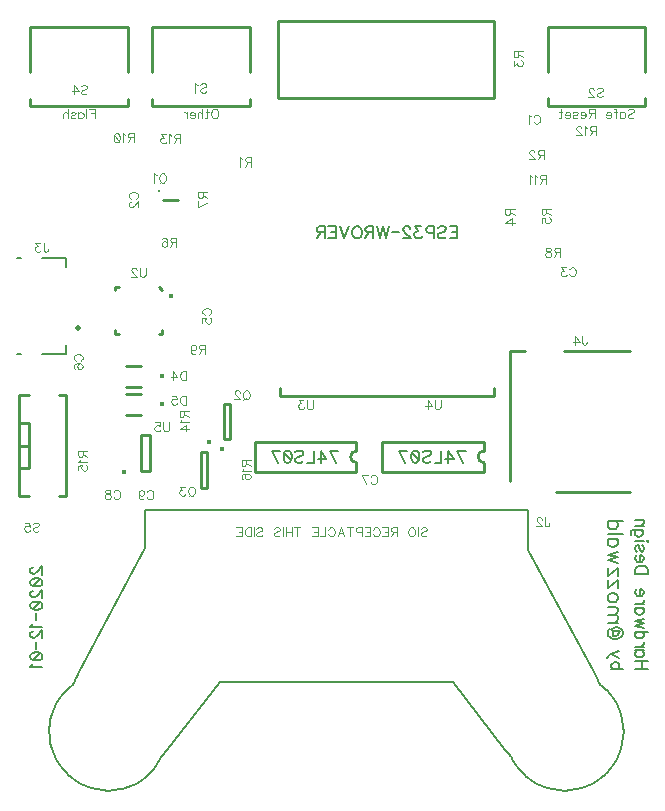
<source format=gbr>
G04 DipTrace 3.3.1.3*
G04 BottomSilk.gbr*
%MOMM*%
G04 #@! TF.FileFunction,Legend,Bot*
G04 #@! TF.Part,Single*
%ADD10C,0.25*%
%ADD14C,0.2*%
%ADD22O,0.40037X0.39994*%
%ADD25C,0.15*%
%ADD26C,0.50018*%
%ADD38C,0.31758*%
%ADD40O,0.39172X0.39127*%
%ADD54O,0.41029X0.39013*%
%ADD60O,0.39103X0.39118*%
%ADD130C,0.11765*%
%ADD131C,0.15686*%
%ADD132C,0.19608*%
%FSLAX35Y35*%
G04*
G71*
G90*
G75*
G01*
G04 BotSilk*
%LPD*%
X2062988Y4661872D2*
D10*
X1943018D1*
X2062988Y4481882D2*
X1943018D1*
D22*
X2247988Y4571877D3*
X2062988Y4423748D2*
D10*
X1943018D1*
X2062988Y4243758D2*
X1943018D1*
D22*
X2247988Y4333753D3*
X5969855Y1951138D2*
D14*
X5955754Y1961350D1*
X5952836Y1966813D1*
X5947001Y1977975D1*
X5926579Y2016450D1*
X5900808Y2064663D1*
X5347456Y3101825D1*
Y3439550D1*
X5329951D1*
X5169974D1*
X4482904D1*
X3556598D1*
X2702257D1*
X2272899D1*
X2102712D1*
Y3115838D1*
X1542066Y2064663D1*
X1535258Y2052075D1*
X1523588Y2029750D1*
X1516294Y2016450D1*
X1495872Y1977975D1*
X1490037Y1966813D1*
X1487119Y1961350D1*
X1474963Y1952563D1*
X1473018Y1951138D1*
X1436550Y1918125D1*
X1403485Y1881788D1*
X1374310Y1842363D1*
X1349025Y1800325D1*
X1328116Y1755913D1*
X1311583Y1709600D1*
X1299913Y1662100D1*
X1292620Y1613650D1*
X1292133Y1606763D1*
X1290188Y1564488D1*
X1292620Y1515563D1*
X1299913Y1467113D1*
X1311583Y1419375D1*
X1328116Y1373300D1*
X1349025Y1328888D1*
X1374310Y1286850D1*
X1403485Y1247425D1*
X1415641Y1234363D1*
X1436550Y1210850D1*
X1451623Y1197075D1*
X1473018Y1178075D1*
X1512404Y1148863D1*
X1554708Y1123450D1*
X1598957Y1102550D1*
X1645151Y1086163D1*
X1692803Y1074050D1*
X1741428Y1066925D1*
X1790053Y1064550D1*
X1839164Y1066925D1*
X1887789Y1074050D1*
X1914047Y1080700D1*
X1935442Y1086163D1*
X1981635Y1102550D1*
X2025884Y1123450D1*
X2068188Y1148863D1*
X2107574Y1178075D1*
X2128483Y1197075D1*
X2143557Y1210850D1*
X2164952Y1234363D1*
X2176622Y1247425D1*
X2205796Y1286850D1*
X2231081Y1328888D1*
X2238861Y1344800D1*
X2247614Y1355725D1*
X2290404Y1410113D1*
X2737754Y1979638D1*
X4705120D1*
X5152469Y1410113D1*
X5190883Y1361425D1*
X5195259Y1355725D1*
X5204012Y1344800D1*
X5211792Y1328888D1*
X5237077Y1286850D1*
X5266252Y1247425D1*
X5299317Y1210850D1*
X5314391Y1197075D1*
X5329951Y1182825D1*
X5335299Y1178075D1*
X5374686Y1148863D1*
X5416989Y1123450D1*
X5461238Y1102550D1*
X5507432Y1086163D1*
X5555084Y1074050D1*
X5603709Y1066925D1*
X5652820Y1064550D1*
X5701445Y1066925D1*
X5750070Y1074050D1*
X5797723Y1086163D1*
X5843916Y1102550D1*
X5888165Y1123450D1*
X5930469Y1148863D1*
X5969855Y1178075D1*
X5991250Y1197075D1*
X6006324Y1210850D1*
X6010214Y1215363D1*
X6039389Y1247425D1*
X6068564Y1286850D1*
X6093849Y1328888D1*
X6114758Y1373300D1*
X6131290Y1419375D1*
X6142960Y1467113D1*
X6150254Y1515563D1*
X6152685Y1564488D1*
X6151226Y1595125D1*
X6150254Y1613650D1*
X6142960Y1662100D1*
X6131290Y1709600D1*
X6114758Y1755913D1*
X6093849Y1800325D1*
X6068564Y1842363D1*
X6039389Y1881788D1*
X6010214Y1913613D1*
X6006324Y1918125D1*
X5969855Y1951138D1*
D26*
X1529698Y4978904D3*
X1224694Y4763914D2*
D25*
X1434690D1*
Y4833853D1*
X1224694Y5573856D2*
X1434690D1*
Y5493913D1*
X1054725Y4763914D2*
X1014698D1*
X1054725Y5573856D2*
X1014698D1*
X6208878Y4789699D2*
D10*
X5647157D1*
X5320836D2*
X5191304D1*
Y3687581D1*
X5577409Y3589360D2*
X6205141D1*
X2256496Y6065133D2*
X2383510D1*
D38*
X2218680Y6144333D3*
D40*
X2645396Y4017274D3*
X2772756Y4040644D2*
D10*
Y4340630D1*
X2822757D1*
Y4040644D1*
X2772756D1*
D40*
X2751867Y3951736D3*
X2624507Y3928366D2*
D10*
Y3628380D1*
X2574506D1*
Y3928366D1*
X2624507D1*
X2161598Y7145666D2*
Y7526676D1*
X2987162Y7145666D2*
X2987073Y7526676D1*
X2161598D2*
X2987162D1*
X2161598Y6923399D2*
Y6859877D1*
X2987162D1*
Y6923399D1*
X5511225Y7147082D2*
Y7528093D1*
X6336789Y7147082D2*
X6336700Y7528093D1*
X5511225D2*
X6336789D1*
X5511225Y6924816D2*
Y6861293D1*
X6336789D1*
Y6924816D1*
X1129725Y7145692D2*
Y7526703D1*
X1955289Y7145692D2*
X1955200Y7526703D1*
X1129725D2*
X1955289D1*
X1129725Y6923426D2*
Y6859903D1*
X1955289D1*
Y6923426D1*
X1433960Y4412803D2*
X1369697Y4412920D1*
X1036310Y4174785D2*
X1116456Y4174668D1*
Y3793698D1*
X1036310Y3793815D1*
X1116456Y3984183D2*
X1036310Y3984300D1*
X1037039Y4412803D2*
X1036310Y3555680D1*
X1433960Y4412803D2*
X1433231Y3555680D1*
X1116456Y3555563D2*
X1036310Y3555680D1*
X1116456Y4412803D2*
X1036310Y4412920D1*
X1433960Y3555563D2*
X1369697Y3555680D1*
X5056486Y7581078D2*
X3230966D1*
Y6930204D1*
X5056486D1*
Y7581078D1*
Y4470534D2*
Y4407034D1*
X3437219Y4406082D1*
X3246728Y4407034D2*
Y4470534D1*
Y4407034D2*
X3484890D1*
X2248415Y5299511D2*
X2218466Y5329503D1*
X2248415Y4929510D2*
X2218466D1*
X2248415D2*
Y4959503D1*
X1848264Y4929510D2*
Y4959503D1*
Y4929510D2*
X1878317D1*
X1848264Y5329503D2*
Y5299511D1*
Y5329503D2*
X1878317D1*
D54*
X2317903Y5254010D3*
X3890643Y3759362D2*
D10*
X3030617D1*
X3890643Y4019398D2*
X3030617D1*
Y3759362D2*
Y4019398D1*
X3890643Y3759362D2*
Y3839356D1*
Y3939404D2*
Y4019398D1*
Y3839356D2*
G02X3890643Y3939404I-30J50024D01*
G01*
X4970143Y3759362D2*
X4110117D1*
X4970143Y4019398D2*
X4110117D1*
Y3759362D2*
Y4019398D1*
X4970143Y3759362D2*
Y3839356D1*
Y3939404D2*
Y4019398D1*
Y3839356D2*
G02X4970143Y3939404I-30J50024D01*
G01*
D60*
X1926152Y3757396D3*
X2063478Y3770762D2*
D10*
Y4070757D1*
X2143464Y3770762D2*
Y4070757D1*
X2063478D2*
X2143464D1*
X2063478Y3770762D2*
X2143464D1*
X5390904Y6768868D2*
D130*
X5394526Y6776112D1*
X5401854Y6783440D1*
X5409098Y6787062D1*
X5423670D1*
X5430998Y6783440D1*
X5438242Y6776112D1*
X5441948Y6768868D1*
X5445570Y6757918D1*
Y6739640D1*
X5441948Y6728774D1*
X5438242Y6721446D1*
X5430998Y6714202D1*
X5423670Y6710496D1*
X5409098D1*
X5401854Y6714202D1*
X5394526Y6721446D1*
X5390904Y6728774D1*
X5367375Y6772405D2*
X5360047Y6776112D1*
X5349097Y6786977D1*
Y6710496D1*
X1982862Y6075587D2*
X1975618Y6079209D1*
X1968290Y6086537D1*
X1964668Y6093781D1*
Y6108353D1*
X1968290Y6115681D1*
X1975618Y6122925D1*
X1982862Y6126631D1*
X1993812Y6130253D1*
X2012090D1*
X2022956Y6126631D1*
X2030284Y6122925D1*
X2037528Y6115681D1*
X2041234Y6108353D1*
Y6093781D1*
X2037528Y6086537D1*
X2030284Y6079209D1*
X2022956Y6075587D1*
X1982946Y6048352D2*
X1979324D1*
X1971996Y6044730D1*
X1968374Y6041108D1*
X1964752Y6033780D1*
Y6019208D1*
X1968374Y6011964D1*
X1971996Y6008342D1*
X1979324Y6004636D1*
X1986568D1*
X1993896Y6008342D1*
X2004762Y6015586D1*
X2041234Y6052058D1*
Y6001014D1*
X5694450Y5476873D2*
X5698072Y5484117D1*
X5705400Y5491445D1*
X5712644Y5495067D1*
X5727216D1*
X5734544Y5491445D1*
X5741788Y5484117D1*
X5745494Y5476873D1*
X5749116Y5465923D1*
Y5447645D1*
X5745494Y5436779D1*
X5741788Y5429451D1*
X5734544Y5422207D1*
X5727216Y5418501D1*
X5712644D1*
X5705400Y5422207D1*
X5698072Y5429451D1*
X5694450Y5436779D1*
X5663593Y5494983D2*
X5623583D1*
X5645399Y5465839D1*
X5634449D1*
X5627205Y5462217D1*
X5623583Y5458595D1*
X5619877Y5447645D1*
Y5440401D1*
X5623583Y5429451D1*
X5630827Y5422123D1*
X5641777Y5418501D1*
X5652727D1*
X5663593Y5422123D1*
X5667215Y5425829D1*
X5670921Y5433073D1*
X2605005Y5092417D2*
X2597762Y5096039D1*
X2590433Y5103367D1*
X2586812Y5110611D1*
Y5125183D1*
X2590433Y5132511D1*
X2597762Y5139755D1*
X2605005Y5143461D1*
X2615955Y5147083D1*
X2634233D1*
X2645099Y5143461D1*
X2652427Y5139755D1*
X2659671Y5132511D1*
X2663377Y5125183D1*
Y5110611D1*
X2659671Y5103367D1*
X2652427Y5096039D1*
X2645099Y5092417D1*
X2586896Y5025172D2*
Y5061560D1*
X2619662Y5065182D1*
X2616040Y5061560D1*
X2612333Y5050610D1*
Y5039744D1*
X2616040Y5028794D1*
X2623283Y5021466D1*
X2634233Y5017844D1*
X2641477D1*
X2652427Y5021466D1*
X2659755Y5028794D1*
X2663377Y5039744D1*
Y5050610D1*
X2659755Y5061560D1*
X2656049Y5065182D1*
X2648805Y5068888D1*
X1514859Y4703851D2*
X1507615Y4707473D1*
X1500287Y4714801D1*
X1496665Y4722045D1*
Y4736617D1*
X1500287Y4743945D1*
X1507615Y4751189D1*
X1514859Y4754895D1*
X1525809Y4758517D1*
X1544087D1*
X1554953Y4754895D1*
X1562281Y4751188D1*
X1569524Y4743945D1*
X1573231Y4736616D1*
Y4722045D1*
X1569524Y4714801D1*
X1562281Y4707473D1*
X1554953Y4703851D1*
X1507615Y4636606D2*
X1500371Y4640228D1*
X1496749Y4651178D1*
Y4658422D1*
X1500371Y4669372D1*
X1511321Y4676700D1*
X1529515Y4680322D1*
X1547709Y4680321D1*
X1562281Y4676700D1*
X1569609Y4669371D1*
X1573231Y4658421D1*
Y4654800D1*
X1569609Y4643934D1*
X1562281Y4636606D1*
X1551330Y4632984D1*
X1547709D1*
X1536759Y4636606D1*
X1529515Y4643934D1*
X1525893Y4654800D1*
Y4658422D1*
X1529515Y4669372D1*
X1536759Y4676700D1*
X1547709Y4680321D1*
X4010334Y3717844D2*
X4013956Y3725088D1*
X4021284Y3732416D1*
X4028528Y3736038D1*
X4043100D1*
X4050428Y3732416D1*
X4057671Y3725088D1*
X4061378Y3717844D1*
X4065000Y3706894D1*
Y3688616D1*
X4061378Y3677751D1*
X4057671Y3670423D1*
X4050428Y3663179D1*
X4043100Y3659473D1*
X4028528D1*
X4021284Y3663179D1*
X4013956Y3670423D1*
X4010334Y3677751D1*
X3972232Y3659473D2*
X3935761Y3735954D1*
X3986804D1*
X1835418Y3590868D2*
X1839040Y3598112D1*
X1846368Y3605440D1*
X1853612Y3609062D1*
X1868184D1*
X1875512Y3605440D1*
X1882756Y3598112D1*
X1886462Y3590868D1*
X1890084Y3579918D1*
Y3561640D1*
X1886462Y3550774D1*
X1882756Y3543446D1*
X1875512Y3536202D1*
X1868184Y3532496D1*
X1853612D1*
X1846368Y3536202D1*
X1839040Y3543446D1*
X1835418Y3550774D1*
X1793695Y3608977D2*
X1804561Y3605355D1*
X1808267Y3598112D1*
Y3590784D1*
X1804561Y3583540D1*
X1797317Y3579834D1*
X1782745Y3576212D1*
X1771795Y3572590D1*
X1764551Y3565262D1*
X1760929Y3558018D1*
Y3547068D1*
X1764551Y3539824D1*
X1768173Y3536118D1*
X1779123Y3532496D1*
X1793695D1*
X1804561Y3536118D1*
X1808267Y3539824D1*
X1811889Y3547068D1*
Y3558018D1*
X1808267Y3565262D1*
X1800939Y3572590D1*
X1790073Y3576212D1*
X1775501Y3579834D1*
X1768173Y3583540D1*
X1764551Y3590784D1*
Y3598112D1*
X1768173Y3605355D1*
X1779123Y3608977D1*
X1793695D1*
X2117899Y3589031D2*
X2121521Y3596275D1*
X2128849Y3603603D1*
X2136093Y3607225D1*
X2150665D1*
X2157993Y3603603D1*
X2165237Y3596275D1*
X2168943Y3589031D1*
X2172565Y3578081D1*
Y3559803D1*
X2168943Y3548938D1*
X2165237Y3541610D1*
X2157993Y3534366D1*
X2150665Y3530660D1*
X2136093D1*
X2128849Y3534366D1*
X2121521Y3541610D1*
X2117899Y3548938D1*
X2046948Y3581703D2*
X2050654Y3570753D1*
X2057898Y3563425D1*
X2068848Y3559803D1*
X2072470D1*
X2083420Y3563425D1*
X2090664Y3570753D1*
X2094370Y3581703D1*
Y3585325D1*
X2090664Y3596275D1*
X2083420Y3603519D1*
X2072470Y3607141D1*
X2068848D1*
X2057898Y3603519D1*
X2050654Y3596275D1*
X2046948Y3581703D1*
Y3563425D1*
X2050654Y3545231D1*
X2057898Y3534281D1*
X2068848Y3530660D1*
X2076092D1*
X2087042Y3534281D1*
X2090664Y3541610D1*
X2449376Y4614714D2*
Y4538148D1*
X2423854D1*
X2412904Y4541854D1*
X2405576Y4549098D1*
X2401954Y4556426D1*
X2398332Y4567292D1*
Y4585570D1*
X2401954Y4596520D1*
X2405576Y4603764D1*
X2412904Y4611092D1*
X2423854Y4614714D1*
X2449376D1*
X2338331Y4538148D2*
Y4614629D1*
X2374803Y4563670D1*
X2320137D1*
X2447565Y4408340D2*
Y4331775D1*
X2422043D1*
X2411093Y4335481D1*
X2403765Y4342725D1*
X2400143Y4350053D1*
X2396521Y4360918D1*
Y4379196D1*
X2400143Y4390146D1*
X2403765Y4397390D1*
X2411093Y4404718D1*
X2422043Y4408340D1*
X2447565D1*
X2329276Y4408256D2*
X2365664D1*
X2369286Y4375490D1*
X2365664Y4379112D1*
X2354714Y4382818D1*
X2343848D1*
X2332898Y4379112D1*
X2325570Y4371868D1*
X2321948Y4360918D1*
Y4353675D1*
X2325570Y4342725D1*
X2332898Y4335396D1*
X2343848Y4331775D1*
X2354714D1*
X2365664Y4335396D1*
X2369286Y4339103D1*
X2372992Y4346346D1*
X5486737Y3376519D2*
Y3318231D1*
X5490359Y3307281D1*
X5494065Y3303659D1*
X5501309Y3299953D1*
X5508637D1*
X5515881Y3303659D1*
X5519503Y3307281D1*
X5523209Y3318231D1*
Y3325475D1*
X5459502Y3358241D2*
Y3361863D1*
X5455880Y3369191D1*
X5452258Y3372813D1*
X5444930Y3376434D1*
X5430358D1*
X5423114Y3372813D1*
X5419492Y3369191D1*
X5415786Y3361863D1*
Y3354619D1*
X5419492Y3347291D1*
X5426736Y3336425D1*
X5463208Y3299953D1*
X5412164D1*
X1242951Y5702975D2*
Y5644688D1*
X1246573Y5633738D1*
X1250279Y5630116D1*
X1257523Y5626410D1*
X1264851D1*
X1272095Y5630116D1*
X1275716Y5633738D1*
X1279423Y5644688D1*
Y5651931D1*
X1212093Y5702891D2*
X1172084D1*
X1193899Y5673747D1*
X1182949D1*
X1175706Y5670125D1*
X1172084Y5666503D1*
X1168377Y5655553D1*
Y5648310D1*
X1172084Y5637360D1*
X1179327Y5630031D1*
X1190277Y5626410D1*
X1201227D1*
X1212093Y5630031D1*
X1215715Y5633738D1*
X1219421Y5640981D1*
X5803778Y4916599D2*
Y4858311D1*
X5807400Y4847361D1*
X5811106Y4843739D1*
X5818350Y4840033D1*
X5825678D1*
X5832922Y4843739D1*
X5836544Y4847361D1*
X5840250Y4858311D1*
Y4865555D1*
X5743777Y4840033D2*
Y4916514D1*
X5780249Y4865555D1*
X5725583D1*
X2258590Y6288602D2*
X2265834Y6285064D1*
X2273162Y6277736D1*
X2276784Y6270408D1*
X2280490Y6259458D1*
Y6241264D1*
X2276784Y6230314D1*
X2273162Y6223070D1*
X2265834Y6215742D1*
X2258590Y6212120D1*
X2244018D1*
X2236690Y6215742D1*
X2229446Y6223070D1*
X2225824Y6230314D1*
X2222118Y6241264D1*
Y6259458D1*
X2225824Y6270408D1*
X2229446Y6277736D1*
X2236690Y6285064D1*
X2244018Y6288602D1*
X2258590D1*
X2247640Y6226692D2*
X2225824Y6204792D1*
X2198588Y6273946D2*
X2191260Y6277652D1*
X2180310Y6288518D1*
Y6212036D1*
X2967106Y4452222D2*
X2974350Y4448684D1*
X2981678Y4441356D1*
X2985300Y4434028D1*
X2989006Y4423078D1*
Y4404884D1*
X2985300Y4393934D1*
X2981678Y4386690D1*
X2974350Y4379362D1*
X2967106Y4375740D1*
X2952534D1*
X2945206Y4379362D1*
X2937962Y4386690D1*
X2934340Y4393934D1*
X2930634Y4404884D1*
Y4423078D1*
X2934340Y4434028D1*
X2937962Y4441356D1*
X2945206Y4448684D1*
X2952534Y4452222D1*
X2967106D1*
X2956156Y4390312D2*
X2934340Y4368412D1*
X2903398Y4433944D2*
Y4437566D1*
X2899777Y4444894D1*
X2896155Y4448516D1*
X2888827Y4452138D1*
X2874255D1*
X2867011Y4448516D1*
X2863389Y4444894D1*
X2859683Y4437566D1*
Y4430322D1*
X2863389Y4422994D1*
X2870633Y4412128D1*
X2907105Y4375656D1*
X2856061D1*
X2503426Y3638392D2*
X2510670Y3634854D1*
X2517998Y3627526D1*
X2521620Y3620198D1*
X2525326Y3609248D1*
Y3591054D1*
X2521620Y3580104D1*
X2517998Y3572860D1*
X2510670Y3565532D1*
X2503426Y3561910D1*
X2488854D1*
X2481526Y3565532D1*
X2474282Y3572860D1*
X2470660Y3580104D1*
X2466954Y3591054D1*
Y3609248D1*
X2470660Y3620198D1*
X2474282Y3627526D1*
X2481526Y3634854D1*
X2488854Y3638392D1*
X2503426D1*
X2492476Y3576482D2*
X2470660Y3554582D1*
X2436097Y3638308D2*
X2396087D1*
X2417903Y3609164D1*
X2406953D1*
X2399709Y3605542D1*
X2396087Y3601920D1*
X2392381Y3590970D1*
Y3583726D1*
X2396087Y3572776D1*
X2403331Y3565448D1*
X2414281Y3561826D1*
X2425231D1*
X2436097Y3565448D1*
X2439718Y3569154D1*
X2443425Y3576398D1*
X3000129Y6387806D2*
X2967363D1*
X2956413Y6391513D1*
X2952707Y6395134D1*
X2949085Y6402378D1*
Y6409706D1*
X2952707Y6416950D1*
X2956413Y6420656D1*
X2967363Y6424278D1*
X3000129D1*
Y6347713D1*
X2974607Y6387806D2*
X2949085Y6347713D1*
X2925556Y6409622D2*
X2918228Y6413328D1*
X2907278Y6424194D1*
Y6347713D1*
X5476069Y6448943D2*
X5443303D1*
X5432353Y6452649D1*
X5428647Y6456271D1*
X5425025Y6463515D1*
Y6470843D1*
X5428647Y6478087D1*
X5432353Y6481793D1*
X5443303Y6485415D1*
X5476069D1*
Y6408849D1*
X5450547Y6448943D2*
X5425025Y6408849D1*
X5397789Y6467137D2*
Y6470759D1*
X5394167Y6478087D1*
X5390545Y6481709D1*
X5383217Y6485331D1*
X5368645D1*
X5361401Y6481709D1*
X5357780Y6478087D1*
X5354073Y6470759D1*
Y6463515D1*
X5357780Y6456187D1*
X5365023Y6445321D1*
X5401495Y6408849D1*
X5350451D1*
X5259957Y7321719D2*
Y7288953D1*
X5256251Y7278003D1*
X5252629Y7274297D1*
X5245385Y7270675D1*
X5238057D1*
X5230813Y7274297D1*
X5227107Y7278003D1*
X5223485Y7288953D1*
Y7321719D1*
X5300051D1*
X5259957Y7296197D2*
X5300051Y7270675D1*
X5223569Y7239818D2*
Y7199808D1*
X5252713Y7221624D1*
Y7210674D1*
X5256335Y7203430D1*
X5259957Y7199808D1*
X5270907Y7196102D1*
X5278150D1*
X5289101Y7199808D1*
X5296429Y7207052D1*
X5300051Y7218002D1*
Y7228952D1*
X5296429Y7239817D1*
X5292723Y7243439D1*
X5285479Y7247145D1*
X5189360Y5984403D2*
Y5951637D1*
X5185654Y5940687D1*
X5182032Y5936981D1*
X5174788Y5933359D1*
X5167460D1*
X5160216Y5936981D1*
X5156510Y5940687D1*
X5152888Y5951637D1*
Y5984403D1*
X5229454D1*
X5189360Y5958881D2*
X5229454Y5933359D1*
Y5873358D2*
X5152972D1*
X5203932Y5909830D1*
Y5855164D1*
X5495227Y5991012D2*
Y5958246D1*
X5491521Y5947296D1*
X5487899Y5943590D1*
X5480655Y5939968D1*
X5473327D1*
X5466083Y5943590D1*
X5462377Y5947296D1*
X5458755Y5958246D1*
Y5991012D1*
X5535321D1*
X5495227Y5965490D2*
X5535321Y5939968D1*
X5458839Y5872723D2*
Y5909111D1*
X5491605Y5912733D1*
X5487983Y5909111D1*
X5484277Y5898161D1*
Y5887295D1*
X5487983Y5876345D1*
X5495227Y5869017D1*
X5506177Y5865395D1*
X5513421D1*
X5524371Y5869017D1*
X5531699Y5876345D1*
X5535321Y5887295D1*
Y5898161D1*
X5531699Y5909111D1*
X5527993Y5912733D1*
X5520749Y5916439D1*
X2364502Y5707300D2*
X2331736D1*
X2320786Y5711006D1*
X2317080Y5714628D1*
X2313458Y5721872D1*
Y5729200D1*
X2317080Y5736444D1*
X2320786Y5740150D1*
X2331736Y5743772D1*
X2364502D1*
Y5667206D1*
X2338980Y5707300D2*
X2313458Y5667206D1*
X2246213Y5732822D2*
X2249835Y5740065D1*
X2260785Y5743687D1*
X2268029D1*
X2278979Y5740065D1*
X2286307Y5729115D1*
X2289929Y5710922D1*
Y5692728D1*
X2286307Y5678156D1*
X2278979Y5670828D1*
X2268029Y5667206D1*
X2264407D1*
X2253541Y5670828D1*
X2246213Y5678156D1*
X2242591Y5689106D1*
Y5692728D1*
X2246213Y5703678D1*
X2253541Y5710922D1*
X2264407Y5714544D1*
X2268029D1*
X2278979Y5710922D1*
X2286307Y5703678D1*
X2289929Y5692728D1*
X2589574Y6128442D2*
Y6095676D1*
X2585868Y6084726D1*
X2582246Y6081020D1*
X2575002Y6077398D1*
X2567674D1*
X2560430Y6081020D1*
X2556724Y6084726D1*
X2553102Y6095676D1*
Y6128442D1*
X2629668D1*
X2589574Y6102920D2*
X2629668Y6077398D1*
Y6039297D2*
X2553186Y6002825D1*
Y6053869D1*
X5615340Y5622068D2*
X5582574D1*
X5571624Y5625775D1*
X5567918Y5629396D1*
X5564296Y5636640D1*
Y5643968D1*
X5567918Y5651212D1*
X5571624Y5654918D1*
X5582574Y5658540D1*
X5615340D1*
Y5581975D1*
X5589818Y5622068D2*
X5564296Y5581975D1*
X5522573Y5658456D2*
X5533438Y5654834D1*
X5537145Y5647590D1*
Y5640262D1*
X5533438Y5633018D1*
X5526195Y5629312D1*
X5511623Y5625690D1*
X5500673Y5622068D1*
X5493429Y5614740D1*
X5489807Y5607496D1*
Y5596546D1*
X5493429Y5589303D1*
X5497051Y5585596D1*
X5508001Y5581975D1*
X5522573D1*
X5533438Y5585596D1*
X5537145Y5589303D1*
X5540767Y5596546D1*
Y5607496D1*
X5537145Y5614740D1*
X5529817Y5622068D1*
X5518951Y5625690D1*
X5504379Y5629312D1*
X5497051Y5633018D1*
X5493429Y5640262D1*
Y5647590D1*
X5497051Y5654834D1*
X5508001Y5658456D1*
X5522573D1*
X2609614Y4800972D2*
X2576849D1*
X2565899Y4804678D1*
X2562192Y4808300D1*
X2558570Y4815544D1*
Y4822872D1*
X2562192Y4830116D1*
X2565899Y4833822D1*
X2576849Y4837444D1*
X2609614D1*
Y4760878D1*
X2584092Y4800972D2*
X2558570Y4760878D1*
X2487619Y4811922D2*
X2491325Y4800972D1*
X2498569Y4793644D1*
X2509519Y4790022D1*
X2513141D1*
X2524091Y4793644D1*
X2531335Y4800972D1*
X2535041Y4811922D1*
Y4815544D1*
X2531335Y4826494D1*
X2524091Y4833738D1*
X2513141Y4837359D1*
X2509519D1*
X2498569Y4833738D1*
X2491325Y4826494D1*
X2487619Y4811922D1*
Y4793644D1*
X2491325Y4775450D1*
X2498569Y4764500D1*
X2509519Y4760878D1*
X2516763D1*
X2527713Y4764500D1*
X2531335Y4771828D1*
X2004109Y6593380D2*
X1971343D1*
X1960393Y6597086D1*
X1956687Y6600708D1*
X1953065Y6607952D1*
Y6615280D1*
X1956687Y6622524D1*
X1960393Y6626230D1*
X1971343Y6629852D1*
X2004109D1*
Y6553286D1*
X1978587Y6593380D2*
X1953065Y6553286D1*
X1929536Y6615195D2*
X1922208Y6618902D1*
X1911258Y6629767D1*
Y6553286D1*
X1865828Y6629767D2*
X1876778Y6626145D1*
X1884106Y6615195D1*
X1887728Y6597002D1*
Y6586052D1*
X1884106Y6567858D1*
X1876778Y6556908D1*
X1865828Y6553286D1*
X1858584D1*
X1847634Y6556908D1*
X1840391Y6567858D1*
X1836684Y6586052D1*
Y6597002D1*
X1840391Y6615195D1*
X1847634Y6626145D1*
X1858584Y6629767D1*
X1865828D1*
X1840391Y6615195D2*
X1884106Y6567858D1*
X5496459Y6241063D2*
X5463694D1*
X5452744Y6244769D1*
X5449038Y6248391D1*
X5445416Y6255635D1*
Y6262963D1*
X5449038Y6270207D1*
X5452744Y6273913D1*
X5463694Y6277535D1*
X5496459D1*
Y6200969D1*
X5470938Y6241063D2*
X5445416Y6200969D1*
X5421886Y6262879D2*
X5414558Y6266585D1*
X5403608Y6277451D1*
Y6200969D1*
X5380079Y6262879D2*
X5372751Y6266585D1*
X5361801Y6277451D1*
Y6200969D1*
X5915899Y6651425D2*
X5883133D1*
X5872183Y6655131D1*
X5868477Y6658753D1*
X5864855Y6665997D1*
Y6673325D1*
X5868477Y6680569D1*
X5872183Y6684275D1*
X5883133Y6687897D1*
X5915899D1*
Y6611331D1*
X5890377Y6651425D2*
X5864855Y6611331D1*
X5841326Y6673241D2*
X5833998Y6676947D1*
X5823048Y6687813D1*
Y6611331D1*
X5795812Y6669619D2*
Y6673241D1*
X5792190Y6680569D1*
X5788568Y6684191D1*
X5781240Y6687813D1*
X5766668D1*
X5759424Y6684191D1*
X5755802Y6680569D1*
X5752096Y6673241D1*
Y6665997D1*
X5755802Y6658669D1*
X5763046Y6647803D1*
X5799518Y6611331D1*
X5748474D1*
X2399429Y6585160D2*
X2366663D1*
X2355713Y6588866D1*
X2352007Y6592488D1*
X2348385Y6599732D1*
Y6607060D1*
X2352007Y6614304D1*
X2355713Y6618010D1*
X2366663Y6621632D1*
X2399429D1*
Y6545066D1*
X2373907Y6585160D2*
X2348385Y6545066D1*
X2324856Y6606976D2*
X2317528Y6610682D1*
X2306578Y6621548D1*
Y6545066D1*
X2275720Y6621548D2*
X2235711D1*
X2257526Y6592404D1*
X2246576D1*
X2239332Y6588782D1*
X2235711Y6585160D1*
X2232004Y6574210D1*
Y6566966D1*
X2235711Y6556016D1*
X2242954Y6548688D1*
X2253904Y6545066D1*
X2264854D1*
X2275720Y6548688D1*
X2279342Y6552394D1*
X2283048Y6559638D1*
X2429760Y4277900D2*
Y4245134D1*
X2426054Y4234184D1*
X2422432Y4230478D1*
X2415188Y4226856D1*
X2407860D1*
X2400616Y4230478D1*
X2396910Y4234184D1*
X2393288Y4245134D1*
Y4277900D1*
X2469854D1*
X2429760Y4252378D2*
X2469854Y4226856D1*
X2407944Y4203327D2*
X2404238Y4195999D1*
X2393372Y4185049D1*
X2469854D1*
Y4125048D2*
X2393372D1*
X2444332Y4161519D1*
Y4106854D1*
X1572510Y3939719D2*
Y3906953D1*
X1568804Y3896003D1*
X1565182Y3892297D1*
X1557938Y3888675D1*
X1550610D1*
X1543366Y3892297D1*
X1539660Y3896003D1*
X1536038Y3906953D1*
Y3939719D1*
X1612604D1*
X1572510Y3914197D2*
X1612604Y3888675D1*
X1550694Y3865146D2*
X1546988Y3857818D1*
X1536122Y3846868D1*
X1612604D1*
X1536122Y3779623D2*
Y3816010D1*
X1568888Y3819632D1*
X1565266Y3816010D1*
X1561560Y3805060D1*
Y3794195D1*
X1565266Y3783245D1*
X1572510Y3775917D1*
X1583460Y3772295D1*
X1590704D1*
X1601654Y3775917D1*
X1608982Y3783245D1*
X1612604Y3794195D1*
Y3805060D1*
X1608982Y3816010D1*
X1605276Y3819632D1*
X1598032Y3823338D1*
X2954697Y3861493D2*
Y3828727D1*
X2950991Y3817777D1*
X2947369Y3814071D1*
X2940125Y3810449D1*
X2932797D1*
X2925553Y3814071D1*
X2921847Y3817777D1*
X2918225Y3828727D1*
Y3861493D1*
X2994791D1*
X2954697Y3835971D2*
X2994791Y3810449D1*
X2932881Y3786919D2*
X2929175Y3779591D1*
X2918309Y3768641D1*
X2994791D1*
X2929175Y3701396D2*
X2921931Y3705018D1*
X2918309Y3715968D1*
Y3723212D1*
X2921931Y3734162D1*
X2932881Y3741490D1*
X2951075Y3745112D1*
X2969269D1*
X2983841Y3741490D1*
X2991169Y3734162D1*
X2994791Y3723212D1*
Y3719590D1*
X2991169Y3708724D1*
X2983841Y3701396D1*
X2972891Y3697774D1*
X2969269D1*
X2958319Y3701396D1*
X2951075Y3708724D1*
X2947453Y3719590D1*
Y3723212D1*
X2951075Y3734162D1*
X2958319Y3741490D1*
X2969269Y3745112D1*
X2569762Y7039899D2*
X2577006Y7047227D1*
X2587956Y7050849D1*
X2602528D1*
X2613478Y7047227D1*
X2620806Y7039899D1*
Y7032655D1*
X2617100Y7025327D1*
X2613478Y7021705D1*
X2606234Y7018083D1*
X2584334Y7010755D1*
X2577006Y7007133D1*
X2573384Y7003427D1*
X2569762Y6996183D1*
Y6985233D1*
X2577006Y6977989D1*
X2587956Y6974283D1*
X2602528D1*
X2613478Y6977989D1*
X2620806Y6985233D1*
X2546232Y7036193D2*
X2538904Y7039899D1*
X2527954Y7050764D1*
Y6974283D1*
X2699773Y6834032D2*
X2707102Y6830410D1*
X2714345Y6823082D1*
X2718052Y6815838D1*
X2721673Y6804888D1*
Y6786610D1*
X2718052Y6775744D1*
X2714345Y6768416D1*
X2707102Y6761172D1*
X2699773Y6757466D1*
X2685202D1*
X2677958Y6761172D1*
X2670630Y6768416D1*
X2667008Y6775744D1*
X2663386Y6786610D1*
Y6804888D1*
X2667008Y6815838D1*
X2670630Y6823082D1*
X2677958Y6830410D1*
X2685202Y6834032D1*
X2699773D1*
X2628906D2*
Y6772038D1*
X2625284Y6761172D1*
X2617956Y6757466D1*
X2610713D1*
X2639856Y6808510D2*
X2614334D1*
X2587183Y6834032D2*
Y6757466D1*
Y6793938D2*
X2576233Y6804888D1*
X2568905Y6808510D1*
X2557955D1*
X2550711Y6804888D1*
X2547089Y6793938D1*
Y6757466D1*
X2523560Y6786610D2*
X2479844D1*
Y6793938D1*
X2483466Y6801266D1*
X2487088Y6804888D1*
X2494416Y6808510D1*
X2505366D1*
X2512610Y6804888D1*
X2519938Y6797560D1*
X2523560Y6786610D1*
Y6779366D1*
X2519938Y6768416D1*
X2512610Y6761172D1*
X2505366Y6757466D1*
X2494416D1*
X2487088Y6761172D1*
X2479844Y6768416D1*
X2456315Y6808510D2*
Y6757466D1*
Y6786610D2*
X2452609Y6797560D1*
X2445365Y6804888D1*
X2438037Y6808510D1*
X2427087D1*
X5928338Y7003142D2*
X5935582Y7010470D1*
X5946532Y7014092D1*
X5961104D1*
X5972054Y7010470D1*
X5979382Y7003142D1*
Y6995898D1*
X5975676Y6988570D1*
X5972054Y6984948D1*
X5964810Y6981326D1*
X5942910Y6973998D1*
X5935582Y6970376D1*
X5931960Y6966670D1*
X5928338Y6959426D1*
Y6948476D1*
X5935582Y6941232D1*
X5946532Y6937526D1*
X5961104D1*
X5972054Y6941232D1*
X5979382Y6948476D1*
X5901103Y6995814D2*
Y6999436D1*
X5897481Y7006764D1*
X5893859Y7010386D1*
X5886531Y7014008D1*
X5871959D1*
X5864715Y7010386D1*
X5861093Y7006764D1*
X5857387Y6999436D1*
Y6992192D1*
X5861093Y6984864D1*
X5868337Y6973998D1*
X5904809Y6937526D1*
X5853765D1*
X6191781Y6824498D2*
X6199024Y6831826D1*
X6209974Y6835448D1*
X6224546D1*
X6235496Y6831826D1*
X6242824Y6824498D1*
Y6817254D1*
X6239118Y6809926D1*
X6235496Y6806304D1*
X6228253Y6802683D1*
X6206353Y6795354D1*
X6199024Y6791733D1*
X6195403Y6788026D1*
X6191781Y6780783D1*
Y6769833D1*
X6199024Y6762589D1*
X6209974Y6758883D1*
X6224546D1*
X6235496Y6762589D1*
X6242824Y6769833D1*
X6124535Y6809926D2*
Y6758883D1*
Y6798976D2*
X6131779Y6806304D1*
X6139107Y6809926D1*
X6149973D1*
X6157301Y6806304D1*
X6164545Y6798976D1*
X6168251Y6788026D1*
Y6780783D1*
X6164545Y6769833D1*
X6157301Y6762589D1*
X6149973Y6758883D1*
X6139107D1*
X6131779Y6762589D1*
X6124535Y6769833D1*
X6071862Y6835448D2*
X6079106D1*
X6086434Y6831826D1*
X6090056Y6820876D1*
Y6758883D1*
X6101006Y6809926D2*
X6075484D1*
X6048333Y6788026D2*
X6004617D1*
Y6795354D1*
X6008239Y6802683D1*
X6011861Y6806304D1*
X6019189Y6809926D1*
X6030139D1*
X6037383Y6806304D1*
X6044711Y6798976D1*
X6048333Y6788026D1*
Y6780783D1*
X6044711Y6769833D1*
X6037383Y6762589D1*
X6030139Y6758883D1*
X6019189D1*
X6011861Y6762589D1*
X6004617Y6769833D1*
X5907020Y6798976D2*
X5874254D1*
X5863304Y6802683D1*
X5859598Y6806304D1*
X5855976Y6813548D1*
Y6820876D1*
X5859598Y6828120D1*
X5863304Y6831826D1*
X5874254Y6835448D1*
X5907020D1*
Y6758883D1*
X5881498Y6798976D2*
X5855976Y6758883D1*
X5832446Y6788026D2*
X5788731D1*
Y6795354D1*
X5792353Y6802683D1*
X5795975Y6806304D1*
X5803303Y6809926D1*
X5814253D1*
X5821496Y6806304D1*
X5828825Y6798976D1*
X5832446Y6788026D1*
Y6780783D1*
X5828825Y6769833D1*
X5821496Y6762589D1*
X5814253Y6758883D1*
X5803303D1*
X5795975Y6762589D1*
X5788731Y6769833D1*
X5725107Y6798976D2*
X5728729Y6806304D1*
X5739679Y6809926D1*
X5750629D1*
X5761579Y6806304D1*
X5765201Y6798976D1*
X5761579Y6791733D1*
X5754251Y6788026D1*
X5736057Y6784404D1*
X5728729Y6780783D1*
X5725107Y6773454D1*
Y6769833D1*
X5728729Y6762589D1*
X5739679Y6758883D1*
X5750629D1*
X5761579Y6762589D1*
X5765201Y6769833D1*
X5701578Y6788026D2*
X5657862D1*
Y6795354D1*
X5661484Y6802683D1*
X5665106Y6806304D1*
X5672434Y6809926D1*
X5683384D1*
X5690628Y6806304D1*
X5697956Y6798976D1*
X5701578Y6788026D1*
Y6780783D1*
X5697956Y6769833D1*
X5690628Y6762589D1*
X5683384Y6758883D1*
X5672434D1*
X5665106Y6762589D1*
X5657862Y6769833D1*
X5623383Y6835448D2*
Y6773454D1*
X5619761Y6762589D1*
X5612433Y6758883D1*
X5605189D1*
X5634333Y6809926D2*
X5608811D1*
X1561532Y7026095D2*
X1568776Y7033423D1*
X1579726Y7037045D1*
X1594298D1*
X1605248Y7033423D1*
X1612576Y7026095D1*
Y7018851D1*
X1608870Y7011523D1*
X1605248Y7007901D1*
X1598004Y7004280D1*
X1576104Y6996951D1*
X1568776Y6993330D1*
X1565154Y6989623D1*
X1561532Y6982380D1*
Y6971430D1*
X1568776Y6964186D1*
X1579726Y6960480D1*
X1594298D1*
X1605248Y6964186D1*
X1612576Y6971430D1*
X1501531Y6960480D2*
Y7036961D1*
X1538003Y6986001D1*
X1483337D1*
X1627806Y6834058D2*
X1675228D1*
Y6757493D1*
Y6797586D2*
X1646084D1*
X1604277Y6834058D2*
Y6757493D1*
X1537032Y6808536D2*
Y6757493D1*
Y6797586D2*
X1544276Y6804914D1*
X1551604Y6808536D1*
X1562469D1*
X1569797Y6804914D1*
X1577041Y6797586D1*
X1580747Y6786636D1*
Y6779393D1*
X1577041Y6768443D1*
X1569797Y6761199D1*
X1562469Y6757493D1*
X1551604D1*
X1544276Y6761199D1*
X1537032Y6768443D1*
X1473408Y6797586D2*
X1477030Y6804914D1*
X1487980Y6808536D1*
X1498930D1*
X1509880Y6804914D1*
X1513502Y6797586D1*
X1509880Y6790343D1*
X1502552Y6786636D1*
X1484358Y6783014D1*
X1477030Y6779393D1*
X1473408Y6772064D1*
Y6768443D1*
X1477030Y6761199D1*
X1487980Y6757493D1*
X1498930D1*
X1509880Y6761199D1*
X1513502Y6768443D1*
X1449879Y6834058D2*
Y6757493D1*
Y6793964D2*
X1438929Y6804914D1*
X1431601Y6808536D1*
X1420651D1*
X1413407Y6804914D1*
X1409785Y6793964D1*
Y6757493D1*
X1151661Y3320955D2*
X1158905Y3328283D1*
X1169855Y3331905D1*
X1184427D1*
X1195377Y3328283D1*
X1202705Y3320955D1*
Y3313711D1*
X1198999Y3306383D1*
X1195377Y3302761D1*
X1188133Y3299140D1*
X1166233Y3291811D1*
X1158905Y3288190D1*
X1155283Y3284483D1*
X1151661Y3277240D1*
Y3266290D1*
X1158905Y3259046D1*
X1169855Y3255340D1*
X1184427D1*
X1195377Y3259046D1*
X1202705Y3266290D1*
X1084416Y3331821D2*
X1120804D1*
X1124426Y3299055D1*
X1120804Y3302677D1*
X1109854Y3306383D1*
X1098988D1*
X1088038Y3302677D1*
X1080710Y3295433D1*
X1077088Y3284483D1*
Y3277240D1*
X1080710Y3266290D1*
X1088038Y3258961D1*
X1098988Y3255340D1*
X1109854D1*
X1120804Y3258961D1*
X1124426Y3262668D1*
X1128132Y3269911D1*
X2108145Y5489475D2*
Y5434810D1*
X2104523Y5423860D1*
X2097195Y5416616D1*
X2086245Y5412910D1*
X2079001D1*
X2068051Y5416616D1*
X2060723Y5423860D1*
X2057101Y5434810D1*
Y5489475D1*
X2029866Y5471197D2*
Y5474819D1*
X2026244Y5482147D1*
X2022622Y5485769D1*
X2015294Y5489391D1*
X2000722D1*
X1993478Y5485769D1*
X1989856Y5482147D1*
X1986150Y5474819D1*
Y5467575D1*
X1989856Y5460247D1*
X1997100Y5449381D1*
X2033572Y5412910D1*
X1982528D1*
X3523439Y4370972D2*
Y4316306D1*
X3519817Y4305356D1*
X3512489Y4298112D1*
X3501539Y4294406D1*
X3494295D1*
X3483345Y4298112D1*
X3476017Y4305356D1*
X3472395Y4316306D1*
Y4370972D1*
X3441537Y4370888D2*
X3401528D1*
X3423343Y4341744D1*
X3412393D1*
X3405150Y4338122D1*
X3401528Y4334500D1*
X3397821Y4323550D1*
Y4316306D1*
X3401528Y4305356D1*
X3408771Y4298028D1*
X3419721Y4294406D1*
X3430671D1*
X3441537Y4298028D1*
X3445159Y4301734D1*
X3448865Y4308978D1*
X4604750Y4370972D2*
Y4316306D1*
X4601128Y4305356D1*
X4593800Y4298112D1*
X4582850Y4294406D1*
X4575606D1*
X4564656Y4298112D1*
X4557328Y4305356D1*
X4553706Y4316306D1*
Y4370972D1*
X4493704Y4294406D2*
Y4370888D1*
X4530176Y4319928D1*
X4475511D1*
X2305672Y4182345D2*
Y4127680D1*
X2302050Y4116730D1*
X2294722Y4109486D1*
X2283772Y4105780D1*
X2276528D1*
X2265578Y4109486D1*
X2258250Y4116730D1*
X2254628Y4127680D1*
Y4182345D1*
X2187383Y4182261D2*
X2223771D1*
X2227393Y4149495D1*
X2223771Y4153117D1*
X2212821Y4156823D1*
X2201955D1*
X2191005Y4153117D1*
X2183677Y4145873D1*
X2180055Y4134923D1*
Y4127680D1*
X2183677Y4116730D1*
X2191005Y4109401D1*
X2201955Y4105780D1*
X2212821D1*
X2223771Y4109401D1*
X2227393Y4113108D1*
X2231099Y4120351D1*
X4795226Y3839926D2*
D131*
X4746597Y3941901D1*
X4814655D1*
X4666595Y3839926D2*
Y3941901D1*
X4715224Y3873955D1*
X4642336D1*
X4610964Y3942013D2*
Y3839926D1*
X4552676D1*
X4453245Y3927413D2*
X4462904Y3937184D1*
X4477504Y3942013D1*
X4496933D1*
X4511533Y3937184D1*
X4521304Y3927413D1*
Y3917755D1*
X4516362Y3907984D1*
X4511533Y3903155D1*
X4501874Y3898326D1*
X4472674Y3888555D1*
X4462904Y3883726D1*
X4458074Y3878784D1*
X4453245Y3869126D1*
Y3854526D1*
X4462904Y3844867D1*
X4477504Y3839926D1*
X4496933D1*
X4511533Y3844867D1*
X4521304Y3854526D1*
X4392673Y3941901D2*
X4407273Y3937072D1*
X4417043Y3922472D1*
X4421873Y3898213D1*
Y3883613D1*
X4417043Y3859355D1*
X4407273Y3844755D1*
X4392673Y3839926D1*
X4383014D1*
X4368414Y3844755D1*
X4358756Y3859355D1*
X4353814Y3883613D1*
Y3898213D1*
X4358756Y3922472D1*
X4368414Y3937072D1*
X4383014Y3941901D1*
X4392673D1*
X4358756Y3922472D2*
X4417043Y3859355D1*
X4303012Y3839926D2*
X4254383Y3941901D1*
X4322442D1*
X4679945Y5840747D2*
X4743062D1*
Y5738659D1*
X4679945D1*
X4743062Y5792117D2*
X4704204D1*
X4580514Y5826147D2*
X4590173Y5835917D1*
X4604773Y5840747D1*
X4624202D1*
X4638802Y5835917D1*
X4648573Y5826147D1*
Y5816488D1*
X4643631Y5806717D1*
X4638802Y5801888D1*
X4629143Y5797059D1*
X4599943Y5787288D1*
X4590173Y5782459D1*
X4585343Y5777517D1*
X4580514Y5767859D1*
Y5753259D1*
X4590173Y5743600D1*
X4604773Y5738659D1*
X4624202D1*
X4638802Y5743600D1*
X4648573Y5753259D1*
X4549141Y5787288D2*
X4505341D1*
X4490854Y5792117D1*
X4485912Y5797059D1*
X4481083Y5806717D1*
Y5821317D1*
X4485912Y5830976D1*
X4490854Y5835917D1*
X4505341Y5840747D1*
X4549141D1*
Y5738659D1*
X4439940Y5840634D2*
X4386594D1*
X4415681Y5801776D1*
X4401081D1*
X4391423Y5796947D1*
X4386594Y5792117D1*
X4381652Y5777517D1*
Y5767859D1*
X4386594Y5753259D1*
X4396252Y5743488D1*
X4410852Y5738659D1*
X4425452D1*
X4439940Y5743488D1*
X4444769Y5748430D1*
X4449710Y5758088D1*
X4345338Y5816376D2*
Y5821205D1*
X4340509Y5830976D1*
X4335679Y5835805D1*
X4325909Y5840634D1*
X4306479D1*
X4296821Y5835805D1*
X4291992Y5830976D1*
X4287050Y5821205D1*
Y5811547D1*
X4291992Y5801776D1*
X4301650Y5787288D1*
X4350279Y5738659D1*
X4282221D1*
X4250848Y5789647D2*
X4194695D1*
X4163322Y5840747D2*
X4138951Y5738659D1*
X4114693Y5840747D1*
X4090434Y5738659D1*
X4066064Y5840747D1*
X4034691Y5792117D2*
X3991003D1*
X3976403Y5797059D1*
X3971462Y5801888D1*
X3966633Y5811547D1*
Y5821317D1*
X3971462Y5830976D1*
X3976403Y5835917D1*
X3991003Y5840747D1*
X4034691D1*
Y5738659D1*
X4000662Y5792117D2*
X3966633Y5738659D1*
X3906060Y5840747D2*
X3915831Y5835917D1*
X3925489Y5826147D1*
X3930431Y5816488D1*
X3935260Y5801888D1*
Y5777517D1*
X3930431Y5763030D1*
X3925489Y5753259D1*
X3915831Y5743600D1*
X3906060Y5738659D1*
X3886631D1*
X3876972Y5743600D1*
X3867202Y5753259D1*
X3862372Y5763030D1*
X3857543Y5777517D1*
Y5801888D1*
X3862372Y5816488D1*
X3867202Y5826147D1*
X3876972Y5835917D1*
X3886631Y5840747D1*
X3906060D1*
X3826171D2*
X3787312Y5738659D1*
X3748454Y5840747D1*
X3653964D2*
X3717081D1*
Y5738659D1*
X3653964D1*
X3717081Y5792117D2*
X3678223D1*
X3622592D2*
X3578904D1*
X3564304Y5797059D1*
X3559362Y5801888D1*
X3554533Y5811547D1*
Y5821317D1*
X3559362Y5830976D1*
X3564304Y5835917D1*
X3578904Y5840747D1*
X3622592D1*
Y5738659D1*
X3588562Y5792117D2*
X3554533Y5738659D1*
X3715726Y3839926D2*
X3667097Y3941901D1*
X3735155D1*
X3587095Y3839926D2*
Y3941901D1*
X3635724Y3873955D1*
X3562836D1*
X3531464Y3942013D2*
Y3839926D1*
X3473176D1*
X3373745Y3927413D2*
X3383404Y3937184D1*
X3398004Y3942013D1*
X3417433D1*
X3432033Y3937184D1*
X3441804Y3927413D1*
Y3917755D1*
X3436862Y3907984D1*
X3432033Y3903155D1*
X3422374Y3898326D1*
X3393174Y3888555D1*
X3383404Y3883726D1*
X3378574Y3878784D1*
X3373745Y3869126D1*
Y3854526D1*
X3383404Y3844867D1*
X3398004Y3839926D1*
X3417433D1*
X3432033Y3844867D1*
X3441804Y3854526D1*
X3313173Y3941901D2*
X3327773Y3937072D1*
X3337543Y3922472D1*
X3342373Y3898213D1*
Y3883613D1*
X3337543Y3859355D1*
X3327773Y3844755D1*
X3313173Y3839926D1*
X3303514D1*
X3288914Y3844755D1*
X3279256Y3859355D1*
X3274314Y3883613D1*
Y3898213D1*
X3279256Y3922472D1*
X3288914Y3937072D1*
X3303514Y3941901D1*
X3313173D1*
X3279256Y3922472D2*
X3337543Y3859355D1*
X3223512Y3839926D2*
X3174883Y3941901D1*
X3242942D1*
X6355450Y2092214D2*
X6253362D1*
X6355450Y2160272D2*
X6253362D1*
X6306821Y2092214D2*
Y2160272D1*
X6321421Y2249933D2*
X6253362D1*
X6306821D2*
X6316591Y2240274D1*
X6321421Y2230503D1*
Y2216016D1*
X6316591Y2206245D1*
X6306821Y2196587D1*
X6292221Y2191645D1*
X6282562D1*
X6267962Y2196587D1*
X6258304Y2206245D1*
X6253362Y2216016D1*
Y2230503D1*
X6258304Y2240274D1*
X6267962Y2249933D1*
X6321421Y2281305D2*
X6253362D1*
X6292221D2*
X6306821Y2286247D1*
X6316591Y2295905D1*
X6321421Y2305676D1*
Y2320276D1*
X6355450Y2409936D2*
X6253362D1*
X6306821D2*
X6316591Y2400278D1*
X6321421Y2390507D1*
Y2375907D1*
X6316591Y2366249D1*
X6306821Y2356478D1*
X6292221Y2351649D1*
X6282562D1*
X6267962Y2356478D1*
X6258304Y2366249D1*
X6253362Y2375907D1*
Y2390507D1*
X6258304Y2400278D1*
X6267962Y2409936D1*
X6321421Y2441309D2*
X6253362Y2460738D1*
X6321421Y2480167D1*
X6253362Y2499597D1*
X6321421Y2519026D1*
Y2608686D2*
X6253362D1*
X6306821D2*
X6316591Y2599028D1*
X6321421Y2589257D1*
Y2574769D1*
X6316591Y2564998D1*
X6306821Y2555340D1*
X6292221Y2550398D1*
X6282562D1*
X6267962Y2555340D1*
X6258304Y2564998D1*
X6253362Y2574769D1*
Y2589257D1*
X6258304Y2599028D1*
X6267962Y2608686D1*
X6321421Y2640059D2*
X6253362D1*
X6292221D2*
X6306821Y2645000D1*
X6316591Y2654659D1*
X6321421Y2664429D1*
Y2679029D1*
X6292221Y2710402D2*
Y2768690D1*
X6301991D1*
X6311762Y2763860D1*
X6316591Y2759031D1*
X6321421Y2749260D1*
Y2734660D1*
X6316591Y2725002D1*
X6306821Y2715231D1*
X6292221Y2710402D1*
X6282562D1*
X6267962Y2715231D1*
X6258304Y2725002D1*
X6253362Y2734660D1*
Y2749260D1*
X6258304Y2759031D1*
X6267962Y2768690D1*
X6355450Y2898819D2*
X6253362D1*
Y2932849D1*
X6258304Y2947449D1*
X6267962Y2957219D1*
X6277733Y2962048D1*
X6292221Y2966878D1*
X6316591D1*
X6331191Y2962048D1*
X6340850Y2957219D1*
X6350621Y2947448D1*
X6355450Y2932848D1*
Y2898819D1*
X6292221Y2998250D2*
Y3056538D1*
X6301991D1*
X6311762Y3051709D1*
X6316591Y3046879D1*
X6321421Y3037109D1*
Y3022509D1*
X6316591Y3012850D1*
X6306821Y3003079D1*
X6292221Y2998250D1*
X6282562D1*
X6267962Y3003080D1*
X6258304Y3012850D1*
X6253362Y3022509D1*
Y3037109D1*
X6258304Y3046880D1*
X6267962Y3056538D1*
X6306821Y3141369D2*
X6316591Y3136540D1*
X6321421Y3121940D1*
Y3107340D1*
X6316591Y3092740D1*
X6306821Y3087910D1*
X6297162Y3092740D1*
X6292221Y3102511D1*
X6287391Y3126769D1*
X6282562Y3136540D1*
X6272791Y3141369D1*
X6267962D1*
X6258304Y3136540D1*
X6253362Y3121940D1*
Y3107340D1*
X6258304Y3092740D1*
X6267962Y3087911D1*
X6355450Y3172741D2*
X6350621Y3177571D1*
X6355450Y3182512D1*
X6360391Y3177571D1*
X6355450Y3172741D1*
X6321421Y3177571D2*
X6253362D1*
X6316591Y3272172D2*
X6238762Y3272173D1*
X6224275Y3267343D1*
X6219333Y3262514D1*
X6214504Y3252743D1*
Y3238143D1*
X6219333Y3228485D1*
X6301991Y3272172D2*
X6311650Y3262514D1*
X6316591Y3252743D1*
Y3238143D1*
X6311650Y3228485D1*
X6301991Y3218714D1*
X6287391Y3213885D1*
X6277621D1*
X6263133Y3218714D1*
X6253362Y3228485D1*
X6248533Y3238143D1*
Y3252743D1*
X6253362Y3262514D1*
X6263133Y3272172D1*
X6321421Y3303545D2*
X6253362D1*
X6301991D2*
X6316591Y3318145D1*
X6321421Y3327916D1*
Y3342403D1*
X6316591Y3352174D1*
X6301992Y3357003D1*
X6253362D1*
X6115061Y2415923D2*
D132*
Y2397673D1*
X6109025Y2385600D1*
X6102988Y2379423D1*
X6090775Y2373386D1*
X6066488D1*
X6060452Y2379423D1*
Y2391636D1*
X6066488Y2415923D1*
X6054415Y2421959D1*
Y2427996D1*
X6066488Y2440209D1*
X6096811Y2446246D1*
X6115061Y2440209D1*
X6127275Y2434173D1*
X6139348Y2421959D1*
X6145385Y2409886D1*
Y2385600D1*
X6139348Y2373386D1*
X6127275Y2361313D1*
X6115061Y2355136D1*
X6096811Y2349100D1*
X6066488D1*
X6048238Y2355136D1*
X6036165Y2361313D1*
X6023952Y2373386D1*
X6017915Y2385600D1*
Y2409886D1*
X6023952Y2421959D1*
X6036165Y2434173D1*
X6121098Y2415923D2*
X6066488D1*
X6102988Y2485462D2*
X6017915D1*
X6078702D2*
X6096952Y2503712D1*
X6102988Y2515925D1*
Y2534035D1*
X6096952Y2546248D1*
X6078702Y2552285D1*
X6017915D1*
X6078702D2*
X6096952Y2570535D1*
X6102988Y2582748D1*
Y2600858D1*
X6096952Y2613071D1*
X6078702Y2619248D1*
X6017915D1*
X6102988Y2688787D2*
X6096952Y2676714D1*
X6084738Y2664500D1*
X6066488Y2658464D1*
X6054415D1*
X6036165Y2664500D1*
X6024092Y2676714D1*
X6017915Y2688787D1*
Y2707037D1*
X6024092Y2719250D1*
X6036165Y2731324D1*
X6054415Y2737500D1*
X6066488D1*
X6084738Y2731324D1*
X6096952Y2719250D1*
X6102988Y2707037D1*
Y2688787D1*
Y2776716D2*
Y2843539D1*
X6017915Y2776716D1*
Y2843539D1*
X6102988Y2882755D2*
Y2949578D1*
X6017915Y2882755D1*
Y2949578D1*
X6102988Y2988794D2*
X6017915Y3013080D1*
X6102988Y3037367D1*
X6017915Y3061653D1*
X6102988Y3085940D1*
Y3198015D2*
X6017915D1*
X6084738D2*
X6096952Y3185942D1*
X6102988Y3173728D1*
Y3155619D1*
X6096952Y3143405D1*
X6084738Y3131332D1*
X6066488Y3125155D1*
X6054415D1*
X6036165Y3131332D1*
X6024092Y3143405D1*
X6017915Y3155619D1*
Y3173729D1*
X6024092Y3185942D1*
X6036165Y3198015D1*
X6145525Y3237231D2*
X6017915D1*
X6145525Y3349306D2*
X6017915D1*
X6084738D2*
X6096952Y3337233D1*
X6102988Y3325019D1*
Y3306769D1*
X6096952Y3294696D1*
X6084738Y3282483D1*
X6066488Y3276446D1*
X6054415D1*
X6036165Y3282483D1*
X6024092Y3294696D1*
X6017915Y3306769D1*
Y3325019D1*
X6024092Y3337233D1*
X6036165Y3349306D1*
X1154964Y2956411D2*
D131*
X1150135D1*
X1140364Y2951582D1*
X1135535Y2946753D1*
X1130706Y2936982D1*
Y2917553D1*
X1135535Y2907894D1*
X1140364Y2903065D1*
X1150135Y2898124D1*
X1159793D1*
X1169564Y2903065D1*
X1184052Y2912724D1*
X1232681Y2961353D1*
Y2893294D1*
X1130706Y2832722D2*
X1135535Y2847322D1*
X1150135Y2857093D1*
X1174393Y2861922D1*
X1188993D1*
X1213252Y2857093D1*
X1227852Y2847322D1*
X1232681Y2832722D1*
Y2823063D1*
X1227852Y2808463D1*
X1213252Y2798805D1*
X1188993Y2793863D1*
X1174393D1*
X1150135Y2798805D1*
X1135535Y2808463D1*
X1130706Y2823063D1*
Y2832722D1*
X1150135Y2798805D2*
X1213252Y2857093D1*
X1154964Y2757549D2*
X1150135D1*
X1140364Y2752720D1*
X1135535Y2747891D1*
X1130706Y2738120D1*
Y2718691D1*
X1135535Y2709032D1*
X1140364Y2704203D1*
X1150135Y2699262D1*
X1159793D1*
X1169564Y2704203D1*
X1184052Y2713862D1*
X1232681Y2762491D1*
Y2694432D1*
X1130706Y2633860D2*
X1135535Y2648460D1*
X1150135Y2658231D1*
X1174393Y2663060D1*
X1188993D1*
X1213252Y2658231D1*
X1227852Y2648460D1*
X1232681Y2633860D1*
Y2624201D1*
X1227852Y2609601D1*
X1213252Y2599943D1*
X1188993Y2595001D1*
X1174393D1*
X1150135Y2599943D1*
X1135535Y2609601D1*
X1130706Y2624201D1*
Y2633860D1*
X1150135Y2599943D2*
X1213252Y2658231D1*
X1181693Y2563629D2*
Y2507475D1*
X1150135Y2476102D2*
X1145194Y2466332D1*
X1130706Y2451732D1*
X1232681D1*
X1154964Y2415418D2*
X1150135D1*
X1140364Y2410588D1*
X1135535Y2405759D1*
X1130706Y2395988D1*
Y2376559D1*
X1135535Y2366901D1*
X1140364Y2362071D1*
X1150135Y2357130D1*
X1159794D1*
X1169564Y2362071D1*
X1184052Y2371730D1*
X1232681Y2420359D1*
Y2352301D1*
X1181694Y2320928D2*
Y2264774D1*
X1130706Y2204202D2*
X1135535Y2218802D1*
X1150135Y2228573D1*
X1174394Y2233402D1*
X1188994D1*
X1213252Y2228572D1*
X1227852Y2218802D1*
X1232681Y2204202D1*
Y2194543D1*
X1227852Y2179943D1*
X1213252Y2170285D1*
X1188994Y2165343D1*
X1174394D1*
X1150135Y2170285D1*
X1135535Y2179943D1*
X1130706Y2194543D1*
Y2204202D1*
X1150135Y2170285D2*
X1213252Y2228572D1*
X1150135Y2133971D2*
X1145193Y2124200D1*
X1130706Y2109600D1*
X1232681D1*
X6150116Y2094794D2*
X6048029D1*
X6101487D2*
X6111258Y2104565D1*
X6116087Y2114223D1*
Y2128823D1*
X6111258Y2138482D1*
X6101487Y2148252D1*
X6086887Y2153082D1*
X6077229D1*
X6062629Y2148252D1*
X6052970Y2138482D1*
X6048029Y2128823D1*
Y2114223D1*
X6052970Y2104565D1*
X6062629Y2094794D1*
X6116087Y2189396D2*
X6048029Y2218483D1*
X6028600Y2208825D1*
X6018829Y2199054D1*
X6014000Y2189396D1*
Y2184454D1*
X6116087Y2247683D2*
X6048029Y2218483D1*
X4435610Y3280917D2*
D130*
X4442854Y3288246D1*
X4453804Y3291867D1*
X4468376D1*
X4479326Y3288246D1*
X4486654Y3280917D1*
Y3273674D1*
X4482948Y3266346D1*
X4479326Y3262724D1*
X4472082Y3259102D1*
X4450182Y3251774D1*
X4442854Y3248152D1*
X4439232Y3244446D1*
X4435610Y3237202D1*
Y3226252D1*
X4442854Y3219008D1*
X4453804Y3215302D1*
X4468376D1*
X4479326Y3219008D1*
X4486654Y3226252D1*
X4412081Y3291867D2*
Y3215302D1*
X4366651Y3291867D2*
X4373979Y3288246D1*
X4381223Y3280917D1*
X4384929Y3273674D1*
X4388551Y3262724D1*
Y3244446D1*
X4384929Y3233580D1*
X4381223Y3226252D1*
X4373979Y3219008D1*
X4366651Y3215302D1*
X4352079D1*
X4344835Y3219008D1*
X4337507Y3226252D1*
X4333885Y3233580D1*
X4330263Y3244446D1*
Y3262724D1*
X4333885Y3273674D1*
X4337507Y3280917D1*
X4344835Y3288246D1*
X4352079Y3291867D1*
X4366651D1*
X4232666Y3255396D2*
X4199900D1*
X4188950Y3259102D1*
X4185244Y3262724D1*
X4181622Y3269967D1*
Y3277296D1*
X4185244Y3284539D1*
X4188950Y3288246D1*
X4199900Y3291867D1*
X4232666D1*
Y3215302D1*
X4207144Y3255396D2*
X4181622Y3215302D1*
X4110755Y3291867D2*
X4158093D1*
Y3215302D1*
X4110755D1*
X4158093Y3255396D2*
X4128949D1*
X4032560Y3273674D2*
X4036182Y3280917D1*
X4043510Y3288246D1*
X4050754Y3291867D1*
X4065326D1*
X4072654Y3288246D1*
X4079898Y3280917D1*
X4083604Y3273674D1*
X4087226Y3262724D1*
Y3244446D1*
X4083604Y3233580D1*
X4079898Y3226252D1*
X4072654Y3219008D1*
X4065326Y3215302D1*
X4050754D1*
X4043510Y3219008D1*
X4036182Y3226252D1*
X4032560Y3233580D1*
X3961693Y3291867D2*
X4009031D1*
Y3215302D1*
X3961693D1*
X4009031Y3255396D2*
X3979887D1*
X3938164Y3251774D2*
X3905314D1*
X3894448Y3255396D1*
X3890742Y3259102D1*
X3887120Y3266346D1*
Y3277296D1*
X3890742Y3284539D1*
X3894448Y3288246D1*
X3905314Y3291867D1*
X3938164D1*
Y3215302D1*
X3838068Y3291867D2*
Y3215302D1*
X3863590Y3291867D2*
X3812546D1*
X3730645Y3215302D2*
X3759873Y3291867D1*
X3789017Y3215302D1*
X3778067Y3240824D2*
X3741595D1*
X3652450Y3273674D2*
X3656072Y3280917D1*
X3663400Y3288246D1*
X3670644Y3291867D1*
X3685216D1*
X3692544Y3288246D1*
X3699788Y3280917D1*
X3703494Y3273674D1*
X3707116Y3262724D1*
Y3244446D1*
X3703494Y3233580D1*
X3699788Y3226252D1*
X3692544Y3219008D1*
X3685216Y3215302D1*
X3670644D1*
X3663400Y3219008D1*
X3656072Y3226252D1*
X3652450Y3233580D1*
X3628920Y3291867D2*
Y3215302D1*
X3585205D1*
X3514338Y3291867D2*
X3561675D1*
Y3215302D1*
X3514338D1*
X3561675Y3255396D2*
X3532531D1*
X3391218Y3291867D2*
Y3215302D1*
X3416740Y3291867D2*
X3365696D1*
X3342167D2*
Y3215302D1*
X3291123Y3291867D2*
Y3215302D1*
X3342167Y3255396D2*
X3291123D1*
X3267594Y3291867D2*
Y3215302D1*
X3193021Y3280917D2*
X3200264Y3288246D1*
X3211214Y3291867D1*
X3225786D1*
X3236736Y3288246D1*
X3244064Y3280917D1*
Y3273674D1*
X3240358Y3266346D1*
X3236736Y3262724D1*
X3229492Y3259102D1*
X3207592Y3251774D1*
X3200264Y3248152D1*
X3196642Y3244446D1*
X3193021Y3237202D1*
Y3226252D1*
X3200264Y3219008D1*
X3211214Y3215302D1*
X3225786D1*
X3236736Y3219008D1*
X3244064Y3226252D1*
X3044379Y3280917D2*
X3051623Y3288246D1*
X3062573Y3291867D1*
X3077145D1*
X3088095Y3288246D1*
X3095423Y3280917D1*
Y3273674D1*
X3091717Y3266346D1*
X3088095Y3262724D1*
X3080851Y3259102D1*
X3058951Y3251774D1*
X3051623Y3248152D1*
X3048001Y3244446D1*
X3044379Y3237202D1*
Y3226252D1*
X3051623Y3219008D1*
X3062573Y3215302D1*
X3077145D1*
X3088095Y3219008D1*
X3095423Y3226252D1*
X3020850Y3291867D2*
Y3215302D1*
X2997321Y3291867D2*
Y3215302D1*
X2971799D1*
X2960849Y3219008D1*
X2953521Y3226252D1*
X2949899Y3233580D1*
X2946277Y3244446D1*
Y3262724D1*
X2949899Y3273674D1*
X2953521Y3280917D1*
X2960849Y3288246D1*
X2971799Y3291867D1*
X2997321D1*
X2875410D2*
X2922747D1*
Y3215302D1*
X2875410D1*
X2922747Y3255396D2*
X2893603D1*
M02*

</source>
